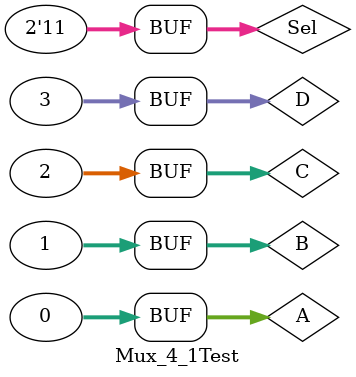
<source format=v>
`timescale 1ns / 1ps


module Mux_4_1Test;

	// Inputs
	reg [31:0] A;
	reg [31:0] B;
	reg [31:0] C;
	reg [31:0] D;
	reg [1:0] Sel;

	// Outputs
	wire [31:0] Out;

	// Instantiate the Unit Under Test (UUT)
	Mux_4_1 uut (
		.A(A), 
		.B(B), 
		.C(C), 
		.D(D), 
		.Sel(Sel), 
		.Out(Out)
	);

	initial begin
		// Initialize Inputs
		A = 0;
		B = 0;
		C = 0;
		D = 0;
		Sel = 0;

		// Wait 100 ns for global reset to finish
		#100;
	end
	
	initial 
		begin
			A = 32'b00; B = 32'b01; C = 32'b10; D = 32'b11; Sel = 2'b00;
			#10; A = 32'b00; B = 32'b01; C = 32'b10; D = 32'b11; Sel = 2'b01;
			#10; A = 32'b00; B = 32'b01; C = 32'b10; D = 32'b11; Sel = 2'b10;
			#10; A = 32'b00; B = 32'b01; C = 32'b10; D = 32'b11; Sel = 2'b11;
		end
      
endmodule


</source>
